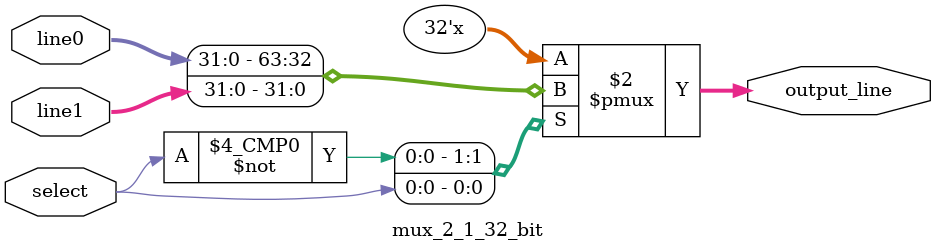
<source format=v>
module mux_2_1_32_bit(
    input [31:0] line0,
    input [31:0] line1,
    input select,
    output reg [31:0] output_line
);

    always @(line0 or line1 or select) begin
        case(select)
            0: output_line = line0;
            1: output_line = line1;
            default: output_line = 32'hx;
        endcase
    end

endmodule
</source>
